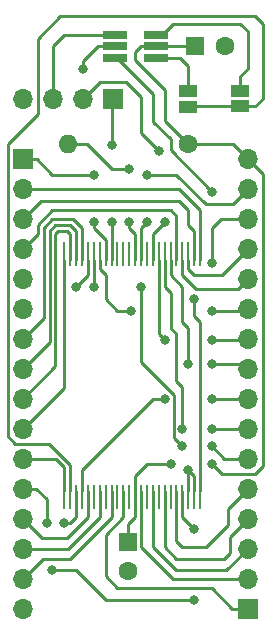
<source format=gbr>
%TF.GenerationSoftware,KiCad,Pcbnew,(5.1.7)-1*%
%TF.CreationDate,2022-07-11T22:21:29-03:00*%
%TF.ProjectId,ROMboard,524f4d62-6f61-4726-942e-6b696361645f,rev?*%
%TF.SameCoordinates,Original*%
%TF.FileFunction,Copper,L1,Top*%
%TF.FilePolarity,Positive*%
%FSLAX46Y46*%
G04 Gerber Fmt 4.6, Leading zero omitted, Abs format (unit mm)*
G04 Created by KiCad (PCBNEW (5.1.7)-1) date 2022-07-11 22:21:29*
%MOMM*%
%LPD*%
G01*
G04 APERTURE LIST*
%TA.AperFunction,ComponentPad*%
%ADD10C,1.600000*%
%TD*%
%TA.AperFunction,ComponentPad*%
%ADD11R,1.600000X1.600000*%
%TD*%
%TA.AperFunction,SMDPad,CuDef*%
%ADD12R,2.000000X0.650000*%
%TD*%
%TA.AperFunction,SMDPad,CuDef*%
%ADD13R,1.500000X1.000000*%
%TD*%
%TA.AperFunction,SMDPad,CuDef*%
%ADD14R,0.250000X2.100000*%
%TD*%
%TA.AperFunction,ComponentPad*%
%ADD15O,1.600000X1.600000*%
%TD*%
%TA.AperFunction,ComponentPad*%
%ADD16O,1.700000X1.700000*%
%TD*%
%TA.AperFunction,ComponentPad*%
%ADD17R,1.700000X1.700000*%
%TD*%
%TA.AperFunction,ViaPad*%
%ADD18C,0.800000*%
%TD*%
%TA.AperFunction,Conductor*%
%ADD19C,0.250000*%
%TD*%
G04 APERTURE END LIST*
D10*
%TO.P,C2,2*%
%TO.N,GND*%
X47585000Y-46355000D03*
D11*
%TO.P,C2,1*%
%TO.N,+5V*%
X45085000Y-46355000D03*
%TD*%
D12*
%TO.P,U2,6*%
%TO.N,Net-(JP0-Pad1)*%
X41715000Y-45405000D03*
%TO.P,U2,5*%
%TO.N,+5V*%
X41715000Y-46355000D03*
%TO.P,U2,4*%
%TO.N,Net-(JP1-Pad1)*%
X41715000Y-47305000D03*
%TO.P,U2,3*%
%TO.N,/CE_N*%
X38295000Y-47305000D03*
%TO.P,U2,2*%
%TO.N,GND*%
X38295000Y-46355000D03*
%TO.P,U2,1*%
%TO.N,/RA21*%
X38295000Y-45405000D03*
%TD*%
D13*
%TO.P,JP1,1*%
%TO.N,Net-(JP1-Pad1)*%
X44450000Y-50150000D03*
%TO.P,JP1,2*%
%TO.N,/CE_OUT_N*%
X44450000Y-51450000D03*
%TD*%
%TO.P,JP0,1*%
%TO.N,Net-(JP0-Pad1)*%
X48895000Y-50135000D03*
%TO.P,JP0,2*%
%TO.N,/CE_OUT_N*%
X48895000Y-51435000D03*
%TD*%
D10*
%TO.P,C1,2*%
%TO.N,GND*%
X39370000Y-90805000D03*
D11*
%TO.P,C1,1*%
%TO.N,+5V*%
X39370000Y-88305000D03*
%TD*%
D14*
%TO.P,U1,48*%
%TO.N,/RA17*%
X45480000Y-84470000D03*
%TO.P,U1,47*%
%TO.N,GND*%
X44980000Y-84470000D03*
%TO.P,U1,46*%
X44480000Y-84470000D03*
%TO.P,U1,45*%
%TO.N,/A0*%
X43980000Y-84470000D03*
%TO.P,U1,44*%
%TO.N,/D7*%
X43480000Y-84470000D03*
%TO.P,U1,43*%
%TO.N,Net-(U1-Pad43)*%
X42980000Y-84470000D03*
%TO.P,U1,42*%
%TO.N,/D6*%
X42480000Y-84470000D03*
%TO.P,U1,41*%
%TO.N,Net-(U1-Pad41)*%
X41980000Y-84470000D03*
%TO.P,U1,40*%
%TO.N,/D5*%
X41480000Y-84470000D03*
%TO.P,U1,39*%
%TO.N,Net-(U1-Pad39)*%
X40980000Y-84470000D03*
%TO.P,U1,38*%
%TO.N,/D4*%
X40480000Y-84470000D03*
%TO.P,U1,37*%
%TO.N,+5V*%
X39980000Y-84470000D03*
%TO.P,U1,36*%
%TO.N,Net-(U1-Pad36)*%
X39480000Y-84470000D03*
%TO.P,U1,35*%
%TO.N,/D3*%
X38980000Y-84470000D03*
%TO.P,U1,34*%
%TO.N,Net-(U1-Pad34)*%
X38480000Y-84470000D03*
%TO.P,U1,33*%
%TO.N,/D2*%
X37980000Y-84470000D03*
%TO.P,U1,32*%
%TO.N,Net-(U1-Pad32)*%
X37480000Y-84470000D03*
%TO.P,U1,31*%
%TO.N,/D1*%
X36980000Y-84470000D03*
%TO.P,U1,30*%
%TO.N,Net-(U1-Pad30)*%
X36480000Y-84470000D03*
%TO.P,U1,29*%
%TO.N,/D0*%
X35980000Y-84470000D03*
%TO.P,U1,28*%
%TO.N,/RD_N*%
X35480000Y-84470000D03*
%TO.P,U1,27*%
%TO.N,GND*%
X34980000Y-84470000D03*
%TO.P,U1,26*%
%TO.N,/CE_OUT_N*%
X34480000Y-84470000D03*
%TO.P,U1,24*%
%TO.N,/A2*%
X33980000Y-63970000D03*
%TO.P,U1,23*%
%TO.N,/A3*%
X34480000Y-63970000D03*
%TO.P,U1,22*%
%TO.N,/A4*%
X34980000Y-63970000D03*
%TO.P,U1,21*%
%TO.N,/A5*%
X35480000Y-63970000D03*
%TO.P,U1,20*%
%TO.N,/A6*%
X35980000Y-63970000D03*
%TO.P,U1,19*%
%TO.N,/A7*%
X36480000Y-63970000D03*
%TO.P,U1,18*%
%TO.N,/A8*%
X36980000Y-63970000D03*
%TO.P,U1,17*%
%TO.N,/RA18*%
X37480000Y-63970000D03*
%TO.P,U1,16*%
%TO.N,/RA19*%
X37980000Y-63970000D03*
%TO.P,U1,15*%
%TO.N,Net-(U1-Pad15)*%
X38480000Y-63970000D03*
%TO.P,U1,14*%
%TO.N,Net-(U1-Pad14)*%
X38980000Y-63970000D03*
%TO.P,U1,13*%
%TO.N,Net-(U1-Pad13)*%
X39480000Y-63970000D03*
%TO.P,U1,12*%
%TO.N,/RST_N*%
X39980000Y-63970000D03*
%TO.P,U1,11*%
%TO.N,/ROMWR_N*%
X40480000Y-63970000D03*
%TO.P,U1,10*%
%TO.N,Net-(U1-Pad10)*%
X40980000Y-63970000D03*
%TO.P,U1,9*%
%TO.N,/RA20*%
X41480000Y-63970000D03*
%TO.P,U1,8*%
%TO.N,/A9*%
X41980000Y-63970000D03*
%TO.P,U1,7*%
%TO.N,/A10*%
X42480000Y-63970000D03*
%TO.P,U1,6*%
%TO.N,/A11*%
X42980000Y-63970000D03*
%TO.P,U1,5*%
%TO.N,/A12*%
X43480000Y-63970000D03*
%TO.P,U1,4*%
%TO.N,/A13*%
X43980000Y-63970000D03*
%TO.P,U1,3*%
%TO.N,/RA14*%
X44480000Y-63970000D03*
%TO.P,U1,2*%
%TO.N,/RA15*%
X44980000Y-63970000D03*
%TO.P,U1,25*%
%TO.N,/A1*%
X33980000Y-84470000D03*
%TO.P,U1,1*%
%TO.N,/RA16*%
X45480000Y-63970000D03*
%TD*%
D15*
%TO.P,R1,2*%
%TO.N,/RST_N*%
X34290000Y-54610000D03*
D10*
%TO.P,R1,1*%
%TO.N,+5V*%
X44450000Y-54610000D03*
%TD*%
D16*
%TO.P,J2,4*%
%TO.N,/RA22*%
X30480000Y-50800000D03*
%TO.P,J2,3*%
%TO.N,/RA21*%
X33020000Y-50800000D03*
%TO.P,J2,2*%
%TO.N,/RA20*%
X35560000Y-50800000D03*
D17*
%TO.P,J2,1*%
%TO.N,/RA19*%
X38100000Y-50800000D03*
%TD*%
D16*
%TO.P,J1,16*%
%TO.N,+5V*%
X49530000Y-55880000D03*
%TO.P,J1,15*%
%TO.N,/ROMWR_N*%
X49530000Y-58420000D03*
%TO.P,J1,14*%
%TO.N,/RA17*%
X49530000Y-60960000D03*
%TO.P,J1,13*%
%TO.N,/RA14*%
X49530000Y-63500000D03*
%TO.P,J1,12*%
%TO.N,/A13*%
X49530000Y-66040000D03*
%TO.P,J1,11*%
%TO.N,/A8*%
X49530000Y-68580000D03*
%TO.P,J1,10*%
%TO.N,/A9*%
X49530000Y-71120000D03*
%TO.P,J1,9*%
%TO.N,/A11*%
X49530000Y-73660000D03*
%TO.P,J1,8*%
%TO.N,/RD_N*%
X49530000Y-76200000D03*
%TO.P,J1,7*%
%TO.N,/A10*%
X49530000Y-78740000D03*
%TO.P,J1,6*%
%TO.N,/CE_N*%
X49530000Y-81280000D03*
%TO.P,J1,5*%
%TO.N,/D7*%
X49530000Y-83820000D03*
%TO.P,J1,4*%
%TO.N,/D6*%
X49530000Y-86360000D03*
%TO.P,J1,3*%
%TO.N,/D5*%
X49530000Y-88900000D03*
%TO.P,J1,2*%
%TO.N,/D4*%
X49530000Y-91440000D03*
D17*
%TO.P,J1,1*%
%TO.N,/D3*%
X49530000Y-93980000D03*
%TD*%
D16*
%TO.P,J0,16*%
%TO.N,GND*%
X30480000Y-93980000D03*
%TO.P,J0,15*%
%TO.N,/D2*%
X30480000Y-91440000D03*
%TO.P,J0,14*%
%TO.N,/D1*%
X30480000Y-88900000D03*
%TO.P,J0,13*%
%TO.N,/D0*%
X30480000Y-86360000D03*
%TO.P,J0,12*%
%TO.N,/A0*%
X30480000Y-83820000D03*
%TO.P,J0,11*%
%TO.N,/A1*%
X30480000Y-81280000D03*
%TO.P,J0,10*%
%TO.N,/A2*%
X30480000Y-78740000D03*
%TO.P,J0,9*%
%TO.N,/A3*%
X30480000Y-76200000D03*
%TO.P,J0,8*%
%TO.N,/A4*%
X30480000Y-73660000D03*
%TO.P,J0,7*%
%TO.N,/A5*%
X30480000Y-71120000D03*
%TO.P,J0,6*%
%TO.N,/A6*%
X30480000Y-68580000D03*
%TO.P,J0,5*%
%TO.N,/A7*%
X30480000Y-66040000D03*
%TO.P,J0,4*%
%TO.N,/A12*%
X30480000Y-63500000D03*
%TO.P,J0,3*%
%TO.N,/RA15*%
X30480000Y-60960000D03*
%TO.P,J0,2*%
%TO.N,/RA16*%
X30480000Y-58420000D03*
D17*
%TO.P,J0,1*%
%TO.N,/RA18*%
X30480000Y-55880000D03*
%TD*%
D18*
%TO.N,+5V*%
X46480000Y-81720000D03*
X42980000Y-81720000D03*
%TO.N,GND*%
X33980000Y-86720000D03*
X44480000Y-82220000D03*
X35560000Y-48260000D03*
%TO.N,/A0*%
X44980000Y-87220000D03*
X32480000Y-86720000D03*
X32980000Y-90720000D03*
X44980000Y-93220000D03*
%TO.N,/A6*%
X34980000Y-66720000D03*
%TO.N,/A7*%
X36480000Y-66720000D03*
%TO.N,/RA18*%
X36490002Y-61230002D03*
X36490002Y-57209998D03*
%TO.N,/ROMWR_N*%
X40980000Y-61220000D03*
X40980000Y-57220000D03*
%TO.N,/RA17*%
X44980000Y-67720000D03*
X46480000Y-64720000D03*
%TO.N,/A8*%
X46480000Y-68720000D03*
X39624000Y-68720000D03*
%TO.N,/A9*%
X46480000Y-71220000D03*
X42480000Y-71220000D03*
%TO.N,/A11*%
X46480000Y-73220000D03*
X44480000Y-73220000D03*
%TO.N,/RD_N*%
X46500000Y-76200000D03*
X42500000Y-76200000D03*
%TO.N,/A10*%
X46480000Y-78720000D03*
X43980000Y-78720000D03*
%TO.N,/CE_N*%
X46480000Y-80220000D03*
X43980000Y-80220000D03*
X40480000Y-66720000D03*
X46480000Y-58720000D03*
%TO.N,/RA20*%
X42480000Y-61220000D03*
X41980000Y-55220000D03*
%TO.N,/RA19*%
X37980000Y-61220000D03*
X37980000Y-54720000D03*
%TO.N,/RST_N*%
X39480000Y-61220000D03*
X39480000Y-56720000D03*
%TD*%
D19*
%TO.N,+5V*%
X39980000Y-86220000D02*
X39370000Y-86830000D01*
X39980000Y-83970000D02*
X39980000Y-86220000D01*
X48260000Y-54610000D02*
X49530000Y-55880000D01*
X44450000Y-54610000D02*
X48260000Y-54610000D01*
X50800000Y-57150000D02*
X49530000Y-55880000D01*
X50800000Y-81915000D02*
X50800000Y-57150000D01*
X50165000Y-82550000D02*
X50800000Y-81915000D01*
X47310000Y-82550000D02*
X50165000Y-82550000D01*
X46480000Y-81720000D02*
X46480000Y-81720000D01*
X46480000Y-81720000D02*
X47310000Y-82550000D01*
X39980000Y-82720000D02*
X40980000Y-81720000D01*
X39980000Y-82720000D02*
X39980000Y-83970000D01*
X40980000Y-81720000D02*
X40980000Y-81720000D01*
X42980000Y-81720000D02*
X40980000Y-81720000D01*
X41715000Y-46355000D02*
X45125000Y-46355000D01*
X40465000Y-46355000D02*
X40005000Y-46815000D01*
X41715000Y-46355000D02*
X40465000Y-46355000D01*
X40005000Y-47505002D02*
X42545000Y-50045002D01*
X40005000Y-46815000D02*
X40005000Y-47505002D01*
X42545000Y-52705000D02*
X44450000Y-54610000D01*
X42545000Y-50045002D02*
X42545000Y-52705000D01*
X39370000Y-88305000D02*
X39370000Y-86830000D01*
%TO.N,GND*%
X34980000Y-83970000D02*
X34980000Y-86220000D01*
X34980000Y-86220000D02*
X34480000Y-86720000D01*
X34480000Y-86720000D02*
X33980000Y-86720000D01*
X33980000Y-86720000D02*
X33980000Y-86720000D01*
X44480000Y-83970000D02*
X44480000Y-82720000D01*
X44480000Y-82720000D02*
X44480000Y-82220000D01*
X44480000Y-82220000D02*
X44480000Y-82220000D01*
X44980000Y-82720000D02*
X44480000Y-82220000D01*
X44980000Y-83970000D02*
X44980000Y-82720000D01*
X35560000Y-47625000D02*
X36830000Y-46355000D01*
X35560000Y-48260000D02*
X35560000Y-47625000D01*
X38295000Y-46355000D02*
X36830000Y-46355000D01*
%TO.N,/D2*%
X30480000Y-91440000D02*
X32200000Y-89720000D01*
X34480000Y-89720000D02*
X37980000Y-86220000D01*
X37980000Y-86220000D02*
X37980000Y-83970000D01*
X32200000Y-89720000D02*
X34480000Y-89720000D01*
%TO.N,/D1*%
X36980000Y-86220000D02*
X36980000Y-83970000D01*
X34300000Y-88900000D02*
X36980000Y-86220000D01*
X30480000Y-88900000D02*
X34300000Y-88900000D01*
%TO.N,/D0*%
X35980000Y-86220000D02*
X35980000Y-83970000D01*
X34230000Y-87970000D02*
X35980000Y-86220000D01*
X32090000Y-87970000D02*
X34230000Y-87970000D01*
X30480000Y-86360000D02*
X32090000Y-87970000D01*
%TO.N,/A0*%
X30480000Y-83820000D02*
X29845000Y-83820000D01*
X31080000Y-83820000D02*
X30480000Y-83820000D01*
X43980000Y-83970000D02*
X43980000Y-86220000D01*
X43980000Y-86220000D02*
X44980000Y-87220000D01*
X44980000Y-87220000D02*
X44980000Y-87220000D01*
X30480000Y-83820000D02*
X31580000Y-83820000D01*
X31580000Y-83820000D02*
X32480000Y-84720000D01*
X32480000Y-84720000D02*
X32480000Y-86720000D01*
X32480000Y-86720000D02*
X32480000Y-86720000D01*
X32980000Y-90720000D02*
X34980000Y-90720000D01*
X34980000Y-90720000D02*
X37480000Y-93220000D01*
X37480000Y-93220000D02*
X44980000Y-93220000D01*
X44980000Y-93220000D02*
X44980000Y-93220000D01*
%TO.N,/A1*%
X33980000Y-83970000D02*
X33980000Y-81970000D01*
X33290000Y-81280000D02*
X30480000Y-81280000D01*
X33980000Y-81970000D02*
X33290000Y-81280000D01*
%TO.N,/A2*%
X33980000Y-75240000D02*
X30480000Y-78740000D01*
X33980000Y-64470000D02*
X33980000Y-75240000D01*
%TO.N,/A3*%
X30480000Y-76200000D02*
X33230000Y-73450000D01*
X33230000Y-73450000D02*
X33230000Y-62220000D01*
X33230000Y-62220000D02*
X33480000Y-61970000D01*
X33480000Y-61970000D02*
X34230000Y-61970000D01*
X34480000Y-62220000D02*
X34480000Y-64470000D01*
X34230000Y-61970000D02*
X34480000Y-62220000D01*
%TO.N,/A4*%
X30480000Y-73660000D02*
X32730000Y-71410000D01*
X32730000Y-71410000D02*
X32730000Y-61970000D01*
X32730000Y-61970000D02*
X33230000Y-61470000D01*
X33230000Y-61470000D02*
X34480000Y-61470000D01*
X34980000Y-61970000D02*
X34980000Y-64470000D01*
X34480000Y-61470000D02*
X34980000Y-61970000D01*
%TO.N,/A5*%
X35480000Y-61720000D02*
X35480000Y-64470000D01*
X34730000Y-60970000D02*
X35480000Y-61720000D01*
X32980000Y-60970000D02*
X34730000Y-60970000D01*
X32230000Y-61720000D02*
X32980000Y-60970000D01*
X32230000Y-69370000D02*
X32230000Y-61720000D01*
X30480000Y-71120000D02*
X32230000Y-69370000D01*
%TO.N,/A6*%
X35980000Y-65720000D02*
X35980000Y-64470000D01*
X34980000Y-66720000D02*
X35980000Y-65720000D01*
X34980000Y-66720000D02*
X34980000Y-66720000D01*
%TO.N,/A7*%
X36480000Y-65970000D02*
X36480000Y-64470000D01*
X36480000Y-66720000D02*
X36480000Y-65970000D01*
%TO.N,/A12*%
X42980000Y-60220000D02*
X43480000Y-60720000D01*
X32980000Y-60220000D02*
X42980000Y-60220000D01*
X31730000Y-62250000D02*
X31730000Y-61470000D01*
X43480000Y-60720000D02*
X43480000Y-64470000D01*
X31730000Y-61470000D02*
X32980000Y-60220000D01*
X30480000Y-63500000D02*
X31730000Y-62250000D01*
%TO.N,/RA15*%
X30480000Y-60960000D02*
X31970000Y-59470000D01*
X44980000Y-61970000D02*
X44980000Y-64470000D01*
X44480000Y-61470000D02*
X44980000Y-61970000D01*
X43730000Y-59470000D02*
X44480000Y-60220000D01*
X44480000Y-60220000D02*
X44480000Y-61470000D01*
X31970000Y-59470000D02*
X43730000Y-59470000D01*
%TO.N,/RA16*%
X45480000Y-60220000D02*
X45480000Y-64470000D01*
X43680000Y-58420000D02*
X45480000Y-60220000D01*
X30480000Y-58420000D02*
X43680000Y-58420000D01*
%TO.N,/RA18*%
X37480000Y-62709998D02*
X36490002Y-61720000D01*
X37480000Y-62720000D02*
X37480000Y-62709998D01*
X37480000Y-64470000D02*
X37480000Y-62720000D01*
X36490002Y-61720000D02*
X36490002Y-61230002D01*
X36490002Y-61230002D02*
X36490002Y-61230002D01*
X36490002Y-57209998D02*
X32969998Y-57209998D01*
X31640000Y-55880000D02*
X30480000Y-55880000D01*
X32969998Y-57209998D02*
X31640000Y-55880000D01*
%TO.N,/ROMWR_N*%
X40480000Y-61720000D02*
X40980000Y-61220000D01*
X40480000Y-64470000D02*
X40480000Y-61720000D01*
X40980000Y-61220000D02*
X40980000Y-61220000D01*
X48230000Y-59720000D02*
X49530000Y-58420000D01*
X45980000Y-59720000D02*
X48230000Y-59720000D01*
X43480000Y-57220000D02*
X45980000Y-59720000D01*
X40980000Y-57220000D02*
X43480000Y-57220000D01*
%TO.N,/RA17*%
X44980000Y-67720000D02*
X44980000Y-67720000D01*
X46480000Y-64720000D02*
X46480000Y-61720000D01*
X47240000Y-60960000D02*
X49530000Y-60960000D01*
X46480000Y-61720000D02*
X47240000Y-60960000D01*
X44980000Y-67720000D02*
X44980000Y-69220000D01*
X44980000Y-69220000D02*
X45480000Y-69720000D01*
X45480000Y-83970000D02*
X45480000Y-69720000D01*
%TO.N,/RA14*%
X44480000Y-65230002D02*
X44969998Y-65720000D01*
X44480000Y-64470000D02*
X44480000Y-65230002D01*
X47310000Y-65720000D02*
X49530000Y-63500000D01*
X44969998Y-65720000D02*
X47310000Y-65720000D01*
%TO.N,/A13*%
X48680001Y-66889999D02*
X49530000Y-66040000D01*
X45149999Y-66889999D02*
X48680001Y-66889999D01*
X43980000Y-65720000D02*
X45149999Y-66889999D01*
X43980000Y-64470000D02*
X43980000Y-65720000D01*
%TO.N,/A8*%
X49170000Y-68220000D02*
X49530000Y-68580000D01*
X49390000Y-68720000D02*
X49530000Y-68580000D01*
X46480000Y-68720000D02*
X49390000Y-68720000D01*
X37474999Y-67714999D02*
X38480000Y-68720000D01*
X37474999Y-65725001D02*
X37474999Y-67714999D01*
X36980000Y-65230002D02*
X37474999Y-65725001D01*
X36980000Y-64470000D02*
X36980000Y-65230002D01*
X39624000Y-68720000D02*
X38480000Y-68720000D01*
%TO.N,/A9*%
X41980000Y-64470000D02*
X41980000Y-65220000D01*
X49430000Y-71220000D02*
X49530000Y-71120000D01*
X46480000Y-71220000D02*
X49430000Y-71220000D01*
X41980000Y-69720000D02*
X41980000Y-65220000D01*
X42480000Y-71220000D02*
X41980000Y-70720000D01*
X41980000Y-70720000D02*
X41980000Y-69720000D01*
%TO.N,/A11*%
X49090000Y-73220000D02*
X49530000Y-73660000D01*
X46480000Y-73220000D02*
X49090000Y-73220000D01*
X42980000Y-65720000D02*
X43980000Y-66720000D01*
X42980000Y-64470000D02*
X42980000Y-65720000D01*
X43980000Y-69720000D02*
X44480000Y-70220000D01*
X43980000Y-66720000D02*
X43980000Y-69720000D01*
X44480000Y-70220000D02*
X44480000Y-73220000D01*
%TO.N,/RD_N*%
X49530000Y-76200000D02*
X46500000Y-76200000D01*
X46500000Y-76200000D02*
X46500000Y-76200000D01*
X41500000Y-76200000D02*
X42500000Y-76200000D01*
X35480000Y-82220000D02*
X41500000Y-76200000D01*
X35480000Y-83970000D02*
X35480000Y-82220000D01*
%TO.N,/A10*%
X49510000Y-78720000D02*
X49530000Y-78740000D01*
X46480000Y-78720000D02*
X49510000Y-78720000D01*
X42480000Y-66720000D02*
X42980000Y-67220000D01*
X42480000Y-64470000D02*
X42480000Y-66720000D01*
X43980000Y-78720000D02*
X43980000Y-75220000D01*
X42980000Y-70220000D02*
X43480000Y-70720000D01*
X42980000Y-67220000D02*
X42980000Y-70220000D01*
X43480000Y-70720000D02*
X43480000Y-74720000D01*
X43980000Y-75220000D02*
X43480000Y-74720000D01*
%TO.N,/CE_N*%
X49530000Y-81280000D02*
X47540000Y-81280000D01*
X47540000Y-81280000D02*
X46480000Y-80220000D01*
X46480000Y-80220000D02*
X46480000Y-80220000D01*
X43254999Y-75881997D02*
X42593002Y-75220000D01*
X43254999Y-79494999D02*
X43254999Y-75881997D01*
X43980000Y-80220000D02*
X43254999Y-79494999D01*
X42593002Y-75220000D02*
X40480000Y-73106998D01*
X40480000Y-73106998D02*
X40480000Y-66720000D01*
X40480000Y-66720000D02*
X40480000Y-66720000D01*
X42980000Y-54220000D02*
X41480000Y-52720000D01*
X42980000Y-55146998D02*
X42980000Y-54220000D01*
X46480000Y-58646998D02*
X42980000Y-55146998D01*
X46480000Y-58720000D02*
X46480000Y-58646998D01*
X38415000Y-47305000D02*
X41480000Y-50370000D01*
X38295000Y-47305000D02*
X38415000Y-47305000D01*
X41480000Y-52720000D02*
X41480000Y-50370000D01*
%TO.N,/D7*%
X47805000Y-86895000D02*
X47805000Y-85545000D01*
X45980000Y-88720000D02*
X47805000Y-86895000D01*
X43980000Y-88720000D02*
X45980000Y-88720000D01*
X43480000Y-88220000D02*
X43980000Y-88720000D01*
X47805000Y-85545000D02*
X49530000Y-83820000D01*
X43480000Y-83970000D02*
X43480000Y-88220000D01*
%TO.N,/D6*%
X47980000Y-87910000D02*
X48325000Y-87565000D01*
X47980000Y-89220000D02*
X47980000Y-87910000D01*
X47480000Y-89720000D02*
X47980000Y-89220000D01*
X43480000Y-89720000D02*
X47480000Y-89720000D01*
X42480000Y-88720000D02*
X43480000Y-89720000D01*
X48325000Y-87565000D02*
X49530000Y-86360000D01*
X42480000Y-83970000D02*
X42480000Y-88720000D01*
%TO.N,/D5*%
X47710000Y-90720000D02*
X49530000Y-88900000D01*
X43480000Y-90720000D02*
X47710000Y-90720000D01*
X41480000Y-88720000D02*
X43480000Y-90720000D01*
X41480000Y-83970000D02*
X41480000Y-88720000D01*
%TO.N,/D4*%
X40495001Y-83985001D02*
X40495001Y-88735001D01*
X40480000Y-83970000D02*
X40495001Y-83985001D01*
X43200000Y-91440000D02*
X49530000Y-91440000D01*
X40495001Y-88735001D02*
X43200000Y-91440000D01*
%TO.N,/D3*%
X37480000Y-87720000D02*
X37480000Y-91220000D01*
X38980000Y-86220000D02*
X37480000Y-87720000D01*
X38980000Y-83970000D02*
X38980000Y-86220000D01*
X37480000Y-91220000D02*
X38480000Y-92220000D01*
X46480000Y-92240000D02*
X48220000Y-93980000D01*
X46480000Y-92220000D02*
X46480000Y-92240000D01*
X48220000Y-93980000D02*
X49530000Y-93980000D01*
X38480000Y-92220000D02*
X46480000Y-92220000D01*
%TO.N,/RA21*%
X38295000Y-45405000D02*
X33970000Y-45405000D01*
X33020000Y-46355000D02*
X33020000Y-50800000D01*
X33970000Y-45405000D02*
X33020000Y-46355000D01*
%TO.N,/RA20*%
X41480000Y-62220000D02*
X41480000Y-64470000D01*
X41480000Y-62220000D02*
X42480000Y-61220000D01*
X42480000Y-61220000D02*
X42480000Y-61220000D01*
X36970000Y-49390000D02*
X35560000Y-50800000D01*
X39230000Y-49390000D02*
X36970000Y-49390000D01*
X40480000Y-50640000D02*
X39230000Y-49390000D01*
X40480000Y-53720000D02*
X40480000Y-50640000D01*
X41980000Y-55220000D02*
X40480000Y-53720000D01*
%TO.N,/RA19*%
X37980000Y-64470000D02*
X37980000Y-62220000D01*
X37980000Y-62220000D02*
X37980000Y-61220000D01*
X37980000Y-61220000D02*
X37980000Y-61220000D01*
X37980000Y-50920000D02*
X38100000Y-50800000D01*
X37980000Y-54720000D02*
X37980000Y-54720000D01*
X37980000Y-54720000D02*
X37980000Y-50920000D01*
%TO.N,/RST_N*%
X39980000Y-64470000D02*
X39980000Y-62709998D01*
X39980000Y-62709998D02*
X39980000Y-62220000D01*
X39980000Y-62220000D02*
X39480000Y-61720000D01*
X39480000Y-61720000D02*
X39480000Y-61220000D01*
X39480000Y-61220000D02*
X39480000Y-61220000D01*
X35870000Y-54610000D02*
X34290000Y-54610000D01*
X37980000Y-56720000D02*
X35870000Y-54610000D01*
X39480000Y-56720000D02*
X37980000Y-56720000D01*
%TO.N,Net-(JP0-Pad1)*%
X48895000Y-50135000D02*
X48895000Y-48895000D01*
X41715000Y-45405000D02*
X42225000Y-45405000D01*
X42225000Y-45405000D02*
X43180000Y-44450000D01*
X43180000Y-44450000D02*
X48895000Y-44450000D01*
X48895000Y-44450000D02*
X49530000Y-45085000D01*
X49530000Y-45085000D02*
X49530000Y-48260000D01*
X49530000Y-48260000D02*
X48895000Y-48895000D01*
%TO.N,/CE_OUT_N*%
X34480000Y-81833590D02*
X32656410Y-80010000D01*
X34480000Y-83970000D02*
X34480000Y-81833590D01*
X32656410Y-80010000D02*
X29845000Y-80010000D01*
X29845000Y-80010000D02*
X29210000Y-79375000D01*
X29210000Y-79375000D02*
X29210000Y-54864998D01*
X44465000Y-51435000D02*
X44450000Y-51450000D01*
X48895000Y-51435000D02*
X44465000Y-51435000D01*
X48895000Y-51435000D02*
X50165000Y-51435000D01*
X50165000Y-51435000D02*
X50800000Y-50800000D01*
X50800000Y-50800000D02*
X50800000Y-44450000D01*
X50800000Y-44450000D02*
X50165000Y-43815000D01*
X50165000Y-43815000D02*
X33655000Y-43815000D01*
X33655000Y-43815000D02*
X31750000Y-45720000D01*
X31750000Y-45720000D02*
X31750000Y-52070000D01*
X31750000Y-52070000D02*
X29210000Y-54610000D01*
X29210000Y-54864998D02*
X29210000Y-54610000D01*
%TO.N,Net-(JP1-Pad1)*%
X44450000Y-50150000D02*
X44450000Y-48006000D01*
X43749000Y-47305000D02*
X41715000Y-47305000D01*
X44450000Y-48006000D02*
X43749000Y-47305000D01*
%TD*%
M02*

</source>
